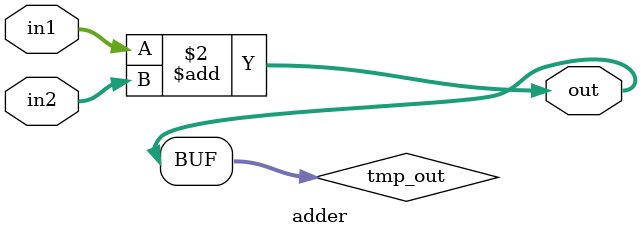
<source format=v>

module adder (in1, in2, out);

// ------------------------ PORT declaration ------------------------ //
input [7:0] in1, in2;
//input [2:0] ALUOp;
output [7:0] out;
//output N, Z;

// ------------------------- Registers/Wires ------------------------ //
reg [7:0] tmp_out;

// -------------------------- ALU Operation ------------------------- //
// ALUOp encoding:													  //
//  000 = addition, 001 = subtraction, 010 = OR,					  //
//  011 = NAND, and 100 = Shift										  //
// ------------------------------------------------------------------ //
always @(*)
begin
	tmp_out = in1 + in2;
end

// Assign output and condition flags
assign out = tmp_out;


endmodule

</source>
